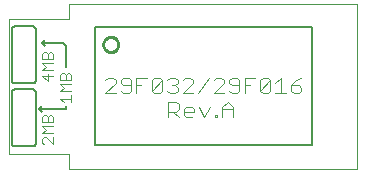
<source format=gto>
G75*
%MOIN*%
%OFA0B0*%
%FSLAX24Y24*%
%IPPOS*%
%LPD*%
%AMOC8*
5,1,8,0,0,1.08239X$1,22.5*
%
%ADD10C,0.0000*%
%ADD11C,0.0040*%
%ADD12C,0.0030*%
%ADD13C,0.0051*%
%ADD14C,0.0080*%
%ADD15C,0.0100*%
%ADD16C,0.0060*%
D10*
X001026Y001006D02*
X003026Y001006D01*
X003026Y000506D01*
X012626Y000506D01*
X012626Y006006D01*
X003026Y006006D01*
X003026Y005506D01*
X001026Y005506D01*
X001026Y001006D01*
D11*
X004246Y003026D02*
X004593Y003373D01*
X004593Y003460D01*
X004506Y003546D01*
X004332Y003546D01*
X004246Y003460D01*
X004761Y003460D02*
X004761Y003373D01*
X004848Y003286D01*
X005108Y003286D01*
X005277Y003286D02*
X005450Y003286D01*
X005108Y003113D02*
X005108Y003460D01*
X005021Y003546D01*
X004848Y003546D01*
X004761Y003460D01*
X005277Y003546D02*
X005624Y003546D01*
X005793Y003460D02*
X005879Y003546D01*
X006053Y003546D01*
X006139Y003460D01*
X005793Y003113D01*
X005879Y003026D01*
X006053Y003026D01*
X006139Y003113D01*
X006139Y003460D01*
X006308Y003460D02*
X006395Y003546D01*
X006568Y003546D01*
X006655Y003460D01*
X006655Y003373D01*
X006568Y003286D01*
X006655Y003199D01*
X006655Y003113D01*
X006568Y003026D01*
X006395Y003026D01*
X006308Y003113D01*
X006482Y003286D02*
X006568Y003286D01*
X006824Y003460D02*
X006911Y003546D01*
X007084Y003546D01*
X007171Y003460D01*
X007171Y003373D01*
X006824Y003026D01*
X007171Y003026D01*
X007339Y003026D02*
X007686Y003546D01*
X007855Y003460D02*
X007942Y003546D01*
X008115Y003546D01*
X008202Y003460D01*
X008202Y003373D01*
X007855Y003026D01*
X008202Y003026D01*
X008371Y003113D02*
X008457Y003026D01*
X008631Y003026D01*
X008718Y003113D01*
X008718Y003460D01*
X008631Y003546D01*
X008457Y003546D01*
X008371Y003460D01*
X008371Y003373D01*
X008457Y003286D01*
X008718Y003286D01*
X008886Y003286D02*
X009060Y003286D01*
X009402Y003113D02*
X009749Y003460D01*
X009749Y003113D01*
X009662Y003026D01*
X009489Y003026D01*
X009402Y003113D01*
X009402Y003460D01*
X009489Y003546D01*
X009662Y003546D01*
X009749Y003460D01*
X009918Y003373D02*
X010091Y003546D01*
X010091Y003026D01*
X009918Y003026D02*
X010265Y003026D01*
X010433Y003113D02*
X010520Y003026D01*
X010693Y003026D01*
X010780Y003113D01*
X010780Y003199D01*
X010693Y003286D01*
X010433Y003286D01*
X010433Y003113D01*
X010433Y003286D02*
X010607Y003460D01*
X010780Y003546D01*
X009233Y003546D02*
X008886Y003546D01*
X008886Y003026D01*
X008497Y002573D02*
X008324Y002746D01*
X008150Y002573D01*
X008150Y002226D01*
X007979Y002226D02*
X007979Y002313D01*
X007893Y002313D01*
X007893Y002226D01*
X007979Y002226D01*
X008150Y002486D02*
X008497Y002486D01*
X008497Y002573D02*
X008497Y002226D01*
X007724Y002573D02*
X007550Y002226D01*
X007377Y002573D01*
X007208Y002486D02*
X007208Y002399D01*
X006861Y002399D01*
X006861Y002313D02*
X006861Y002486D01*
X006948Y002573D01*
X007121Y002573D01*
X007208Y002486D01*
X006948Y002226D02*
X006861Y002313D01*
X006948Y002226D02*
X007121Y002226D01*
X006693Y002226D02*
X006519Y002399D01*
X006606Y002399D02*
X006346Y002399D01*
X006346Y002226D02*
X006346Y002746D01*
X006606Y002746D01*
X006693Y002660D01*
X006693Y002486D01*
X006606Y002399D01*
X005277Y003026D02*
X005277Y003546D01*
X005793Y003460D02*
X005793Y003113D01*
X005108Y003113D02*
X005021Y003026D01*
X004848Y003026D01*
X004761Y003113D01*
X004593Y003026D02*
X004246Y003026D01*
D12*
X003111Y002968D02*
X003111Y002721D01*
X003111Y002844D02*
X002740Y002844D01*
X002864Y002721D01*
X002740Y003089D02*
X002864Y003213D01*
X002740Y003336D01*
X003111Y003336D01*
X003111Y003457D02*
X003111Y003643D01*
X003049Y003704D01*
X002987Y003704D01*
X002925Y003643D01*
X002925Y003457D01*
X002740Y003457D02*
X003111Y003457D01*
X002925Y003643D02*
X002864Y003704D01*
X002802Y003704D01*
X002740Y003643D01*
X002740Y003457D01*
X002511Y003606D02*
X002140Y003606D01*
X002325Y003421D01*
X002325Y003668D01*
X002140Y003789D02*
X002264Y003913D01*
X002140Y004036D01*
X002511Y004036D01*
X002511Y004157D02*
X002511Y004343D01*
X002449Y004404D01*
X002387Y004404D01*
X002325Y004343D01*
X002325Y004157D01*
X002140Y004157D02*
X002140Y004343D01*
X002202Y004404D01*
X002264Y004404D01*
X002325Y004343D01*
X002140Y004157D02*
X002511Y004157D01*
X002511Y003789D02*
X002140Y003789D01*
X002740Y003089D02*
X003111Y003089D01*
X002449Y002304D02*
X002511Y002243D01*
X002511Y002057D01*
X002140Y002057D01*
X002140Y002243D01*
X002202Y002304D01*
X002264Y002304D01*
X002325Y002243D01*
X002325Y002057D01*
X002140Y001936D02*
X002511Y001936D01*
X002264Y001813D02*
X002140Y001936D01*
X002264Y001813D02*
X002140Y001689D01*
X002511Y001689D01*
X002511Y001568D02*
X002511Y001321D01*
X002264Y001568D01*
X002202Y001568D01*
X002140Y001506D01*
X002140Y001383D01*
X002202Y001321D01*
X002325Y002243D02*
X002387Y002304D01*
X002449Y002304D01*
D13*
X002126Y002406D02*
X002026Y002506D01*
X002126Y002606D01*
X002026Y002506D02*
X002926Y002506D01*
X002926Y002606D01*
X002926Y003906D02*
X002926Y004606D01*
X002826Y004706D01*
X002126Y004706D01*
X002226Y004806D01*
X002126Y004706D02*
X002226Y004606D01*
D14*
X003904Y005224D02*
X003904Y001287D01*
X011148Y001287D01*
X011148Y005224D01*
X003904Y005224D01*
D15*
X004177Y004650D02*
X004179Y004681D01*
X004185Y004712D01*
X004195Y004742D01*
X004208Y004770D01*
X004225Y004797D01*
X004245Y004821D01*
X004268Y004843D01*
X004293Y004861D01*
X004321Y004876D01*
X004350Y004888D01*
X004380Y004896D01*
X004411Y004900D01*
X004443Y004900D01*
X004474Y004896D01*
X004504Y004888D01*
X004533Y004876D01*
X004561Y004861D01*
X004586Y004843D01*
X004609Y004821D01*
X004629Y004797D01*
X004646Y004770D01*
X004659Y004742D01*
X004669Y004712D01*
X004675Y004681D01*
X004677Y004650D01*
X004675Y004619D01*
X004669Y004588D01*
X004659Y004558D01*
X004646Y004530D01*
X004629Y004503D01*
X004609Y004479D01*
X004586Y004457D01*
X004561Y004439D01*
X004533Y004424D01*
X004504Y004412D01*
X004474Y004404D01*
X004443Y004400D01*
X004411Y004400D01*
X004380Y004404D01*
X004350Y004412D01*
X004321Y004424D01*
X004293Y004439D01*
X004268Y004457D01*
X004245Y004479D01*
X004225Y004503D01*
X004208Y004530D01*
X004195Y004558D01*
X004185Y004588D01*
X004179Y004619D01*
X004177Y004650D01*
D16*
X001926Y005156D02*
X001926Y003456D01*
X001924Y003439D01*
X001920Y003422D01*
X001913Y003406D01*
X001903Y003392D01*
X001890Y003379D01*
X001876Y003369D01*
X001860Y003362D01*
X001843Y003358D01*
X001826Y003356D01*
X001226Y003356D01*
X001209Y003358D01*
X001192Y003362D01*
X001176Y003369D01*
X001162Y003379D01*
X001149Y003392D01*
X001139Y003406D01*
X001132Y003422D01*
X001128Y003439D01*
X001126Y003456D01*
X001126Y005156D01*
X001128Y005173D01*
X001132Y005190D01*
X001139Y005206D01*
X001149Y005220D01*
X001162Y005233D01*
X001176Y005243D01*
X001192Y005250D01*
X001209Y005254D01*
X001226Y005256D01*
X001826Y005256D01*
X001843Y005254D01*
X001860Y005250D01*
X001876Y005243D01*
X001890Y005233D01*
X001903Y005220D01*
X001913Y005206D01*
X001920Y005190D01*
X001924Y005173D01*
X001926Y005156D01*
X001826Y003156D02*
X001226Y003156D01*
X001209Y003154D01*
X001192Y003150D01*
X001176Y003143D01*
X001162Y003133D01*
X001149Y003120D01*
X001139Y003106D01*
X001132Y003090D01*
X001128Y003073D01*
X001126Y003056D01*
X001126Y001356D01*
X001128Y001339D01*
X001132Y001322D01*
X001139Y001306D01*
X001149Y001292D01*
X001162Y001279D01*
X001176Y001269D01*
X001192Y001262D01*
X001209Y001258D01*
X001226Y001256D01*
X001826Y001256D01*
X001843Y001258D01*
X001860Y001262D01*
X001876Y001269D01*
X001890Y001279D01*
X001903Y001292D01*
X001913Y001306D01*
X001920Y001322D01*
X001924Y001339D01*
X001926Y001356D01*
X001926Y003056D01*
X001924Y003073D01*
X001920Y003090D01*
X001913Y003106D01*
X001903Y003120D01*
X001890Y003133D01*
X001876Y003143D01*
X001860Y003150D01*
X001843Y003154D01*
X001826Y003156D01*
M02*

</source>
